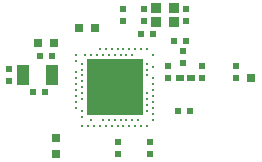
<source format=gtp>
G04*
G04 #@! TF.GenerationSoftware,Altium Limited,Altium Designer,18.0.11 (651)*
G04*
G04 Layer_Color=8421504*
%FSLAX24Y24*%
%MOIN*%
G70*
G01*
G75*
%ADD13R,0.0236X0.0197*%
%ADD14R,0.0197X0.0236*%
%ADD15R,0.0256X0.0197*%
%ADD16R,0.0300X0.0300*%
%ADD17R,0.0315X0.0295*%
%ADD18R,0.0374X0.0335*%
%ADD19R,0.0295X0.0315*%
%ADD20C,0.0118*%
%ADD21R,0.1909X0.1909*%
%ADD22R,0.0394X0.0709*%
D13*
X2520Y-787D02*
D03*
X2126D02*
D03*
X2362Y1545D02*
D03*
X1969D02*
D03*
X876Y1791D02*
D03*
X1270D02*
D03*
X-2096Y1033D02*
D03*
X-2490D02*
D03*
X-2314Y-167D02*
D03*
X-2708D02*
D03*
D14*
X4039Y323D02*
D03*
Y717D02*
D03*
X1792Y699D02*
D03*
Y305D02*
D03*
X2266Y803D02*
D03*
Y1197D02*
D03*
X2916Y717D02*
D03*
Y323D02*
D03*
X1191Y-1821D02*
D03*
Y-2215D02*
D03*
X98Y-1821D02*
D03*
Y-2215D02*
D03*
X2378Y2597D02*
D03*
Y2203D02*
D03*
X978Y2203D02*
D03*
Y2597D02*
D03*
X266Y2205D02*
D03*
Y2598D02*
D03*
X-3515Y217D02*
D03*
Y610D02*
D03*
D15*
X2539Y302D02*
D03*
X2165Y302D02*
D03*
D16*
X4550Y300D02*
D03*
D17*
X-1963Y-2215D02*
D03*
Y-1683D02*
D03*
D18*
X1392Y2173D02*
D03*
Y2626D02*
D03*
X1963D02*
D03*
Y2173D02*
D03*
D19*
X-2549Y1467D02*
D03*
X-2018D02*
D03*
X-1191Y1959D02*
D03*
X-659D02*
D03*
D20*
X886Y1280D02*
D03*
X-492D02*
D03*
X-295D02*
D03*
X-98D02*
D03*
X98D02*
D03*
X295D02*
D03*
X492D02*
D03*
X689D02*
D03*
X1083D02*
D03*
X-1280Y1083D02*
D03*
X-984D02*
D03*
X-787D02*
D03*
X-591D02*
D03*
X-394D02*
D03*
X-197D02*
D03*
X0D02*
D03*
X197D02*
D03*
X394D02*
D03*
X591D02*
D03*
X1280D02*
D03*
X1083Y787D02*
D03*
X-1280Y886D02*
D03*
X-1083Y787D02*
D03*
X1280Y689D02*
D03*
X-1083Y591D02*
D03*
X1083D02*
D03*
X-1280Y492D02*
D03*
X-1083Y394D02*
D03*
X1083D02*
D03*
X-1280Y295D02*
D03*
X1280D02*
D03*
X-1083Y197D02*
D03*
X-1280Y98D02*
D03*
X1280D02*
D03*
X-1083Y0D02*
D03*
X-1280Y-98D02*
D03*
X1280D02*
D03*
X-1083Y-197D02*
D03*
X1083D02*
D03*
X-1280Y-295D02*
D03*
X1280D02*
D03*
X-1083Y-394D02*
D03*
X1083D02*
D03*
X-1280Y-492D02*
D03*
X1280D02*
D03*
X1083Y-591D02*
D03*
X-1280Y-689D02*
D03*
X1280D02*
D03*
X-1083Y-787D02*
D03*
X1083D02*
D03*
X1280Y-886D02*
D03*
X-1083Y-984D02*
D03*
X-787Y-1083D02*
D03*
X-394D02*
D03*
X-197D02*
D03*
X0D02*
D03*
X197D02*
D03*
X394D02*
D03*
X591D02*
D03*
X787D02*
D03*
X1280D02*
D03*
X-1083Y-1280D02*
D03*
X-886D02*
D03*
X-689D02*
D03*
X-492D02*
D03*
X-295D02*
D03*
X-98D02*
D03*
X98D02*
D03*
X295D02*
D03*
X492D02*
D03*
X689D02*
D03*
X886D02*
D03*
X1083D02*
D03*
D21*
X0Y0D02*
D03*
D22*
X-2078Y404D02*
D03*
X-3062D02*
D03*
M02*

</source>
